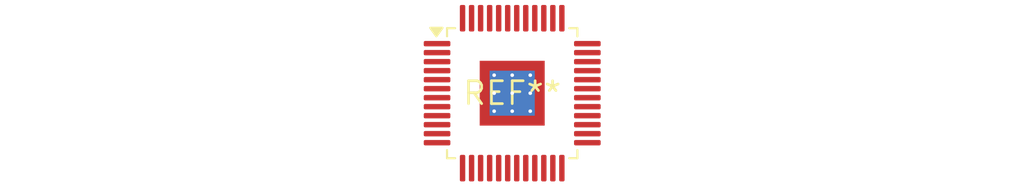
<source format=kicad_pcb>
(kicad_pcb (version 20240108) (generator pcbnew)
  (layers (0 "F.Cu" signal) (31 "B.Cu" signal) (34 "B.Paste" user) (35 "F.Paste" user) (36 "B.SilkS" user "B.Silkscreen") (37 "F.SilkS" user "F.Silkscreen") (38 "B.Mask" user) (39 "F.Mask" user) (44 "Edge.Cuts" user))
  (net 0 "")
  (footprint "LQFP-48-1EP_7x7mm_P0.5mm_EP3.6x3.6mm_ThermalVias" (layer "F.Cu") (at 0 0)
    (property "Reference" "REF**")
    (property "Value" "LQFP-48-1EP_7x7mm_P0.5mm_EP3.6x3.6mm_ThermalVias")
    (fp_line (start -3.61 -3.61) (end -3.61 -3.16) (layer "F.SilkS") (stroke (width 0.12)))
    (fp_line (start -3.61 3.61) (end -3.61 3.16) (layer "F.SilkS") (stroke (width 0.12)))
    (fp_line (start -3.16 -3.61) (end -3.61 -3.61) (layer "F.SilkS") (stroke (width 0.12)))
    (fp_line (start -3.16 3.61) (end -3.61 3.61) (layer "F.SilkS") (stroke (width 0.12)))
    (fp_line (start 3.16 -3.61) (end 3.61 -3.61) (layer "F.SilkS") (stroke (width 0.12)))
    (fp_line (start 3.16 3.61) (end 3.61 3.61) (layer "F.SilkS") (stroke (width 0.12)))
    (fp_line (start 3.61 -3.61) (end 3.61 -3.16) (layer "F.SilkS") (stroke (width 0.12)))
    (fp_line (start 3.61 3.61) (end 3.61 3.16) (layer "F.SilkS") (stroke (width 0.12)))
    (fp_poly (pts (xy -4.2 -3.16) (xy -4.54 -3.63) (xy -3.86 -3.63) (xy -4.2 -3.16)) (layer "F.SilkS") (stroke (width 0.12)) (fill solid))
    (pad "1" smd roundrect (at -4.1625 -2.75) (size 1.475 0.3) (layers "F.Cu" "F.Paste" "F.Mask"))
    (pad "2" smd roundrect (at -4.1625 -2.25) (size 1.475 0.3) (layers "F.Cu" "F.Paste" "F.Mask"))
    (pad "3" smd roundrect (at -4.1625 -1.75) (size 1.475 0.3) (layers "F.Cu" "F.Paste" "F.Mask"))
    (pad "4" smd roundrect (at -4.1625 -1.25) (size 1.475 0.3) (layers "F.Cu" "F.Paste" "F.Mask"))
    (pad "5" smd roundrect (at -4.1625 -0.75) (size 1.475 0.3) (layers "F.Cu" "F.Paste" "F.Mask"))
    (pad "6" smd roundrect (at -4.1625 -0.25) (size 1.475 0.3) (layers "F.Cu" "F.Paste" "F.Mask"))
    (pad "7" smd roundrect (at -4.1625 0.25) (size 1.475 0.3) (layers "F.Cu" "F.Paste" "F.Mask"))
    (pad "8" smd roundrect (at -4.1625 0.75) (size 1.475 0.3) (layers "F.Cu" "F.Paste" "F.Mask"))
    (pad "9" smd roundrect (at -4.1625 1.25) (size 1.475 0.3) (layers "F.Cu" "F.Paste" "F.Mask"))
    (pad "10" smd roundrect (at -4.1625 1.75) (size 1.475 0.3) (layers "F.Cu" "F.Paste" "F.Mask"))
    (pad "11" smd roundrect (at -4.1625 2.25) (size 1.475 0.3) (layers "F.Cu" "F.Paste" "F.Mask"))
    (pad "12" smd roundrect (at -4.1625 2.75) (size 1.475 0.3) (layers "F.Cu" "F.Paste" "F.Mask"))
    (pad "13" smd roundrect (at -2.75 4.1625) (size 0.3 1.475) (layers "F.Cu" "F.Paste" "F.Mask"))
    (pad "14" smd roundrect (at -2.25 4.1625) (size 0.3 1.475) (layers "F.Cu" "F.Paste" "F.Mask"))
    (pad "15" smd roundrect (at -1.75 4.1625) (size 0.3 1.475) (layers "F.Cu" "F.Paste" "F.Mask"))
    (pad "16" smd roundrect (at -1.25 4.1625) (size 0.3 1.475) (layers "F.Cu" "F.Paste" "F.Mask"))
    (pad "17" smd roundrect (at -0.75 4.1625) (size 0.3 1.475) (layers "F.Cu" "F.Paste" "F.Mask"))
    (pad "18" smd roundrect (at -0.25 4.1625) (size 0.3 1.475) (layers "F.Cu" "F.Paste" "F.Mask"))
    (pad "19" smd roundrect (at 0.25 4.1625) (size 0.3 1.475) (layers "F.Cu" "F.Paste" "F.Mask"))
    (pad "20" smd roundrect (at 0.75 4.1625) (size 0.3 1.475) (layers "F.Cu" "F.Paste" "F.Mask"))
    (pad "21" smd roundrect (at 1.25 4.1625) (size 0.3 1.475) (layers "F.Cu" "F.Paste" "F.Mask"))
    (pad "22" smd roundrect (at 1.75 4.1625) (size 0.3 1.475) (layers "F.Cu" "F.Paste" "F.Mask"))
    (pad "23" smd roundrect (at 2.25 4.1625) (size 0.3 1.475) (layers "F.Cu" "F.Paste" "F.Mask"))
    (pad "24" smd roundrect (at 2.75 4.1625) (size 0.3 1.475) (layers "F.Cu" "F.Paste" "F.Mask"))
    (pad "25" smd roundrect (at 4.1625 2.75) (size 1.475 0.3) (layers "F.Cu" "F.Paste" "F.Mask"))
    (pad "26" smd roundrect (at 4.1625 2.25) (size 1.475 0.3) (layers "F.Cu" "F.Paste" "F.Mask"))
    (pad "27" smd roundrect (at 4.1625 1.75) (size 1.475 0.3) (layers "F.Cu" "F.Paste" "F.Mask"))
    (pad "28" smd roundrect (at 4.1625 1.25) (size 1.475 0.3) (layers "F.Cu" "F.Paste" "F.Mask"))
    (pad "29" smd roundrect (at 4.1625 0.75) (size 1.475 0.3) (layers "F.Cu" "F.Paste" "F.Mask"))
    (pad "30" smd roundrect (at 4.1625 0.25) (size 1.475 0.3) (layers "F.Cu" "F.Paste" "F.Mask"))
    (pad "31" smd roundrect (at 4.1625 -0.25) (size 1.475 0.3) (layers "F.Cu" "F.Paste" "F.Mask"))
    (pad "32" smd roundrect (at 4.1625 -0.75) (size 1.475 0.3) (layers "F.Cu" "F.Paste" "F.Mask"))
    (pad "33" smd roundrect (at 4.1625 -1.25) (size 1.475 0.3) (layers "F.Cu" "F.Paste" "F.Mask"))
    (pad "34" smd roundrect (at 4.1625 -1.75) (size 1.475 0.3) (layers "F.Cu" "F.Paste" "F.Mask"))
    (pad "35" smd roundrect (at 4.1625 -2.25) (size 1.475 0.3) (layers "F.Cu" "F.Paste" "F.Mask"))
    (pad "36" smd roundrect (at 4.1625 -2.75) (size 1.475 0.3) (layers "F.Cu" "F.Paste" "F.Mask"))
    (pad "37" smd roundrect (at 2.75 -4.1625) (size 0.3 1.475) (layers "F.Cu" "F.Paste" "F.Mask"))
    (pad "38" smd roundrect (at 2.25 -4.1625) (size 0.3 1.475) (layers "F.Cu" "F.Paste" "F.Mask"))
    (pad "39" smd roundrect (at 1.75 -4.1625) (size 0.3 1.475) (layers "F.Cu" "F.Paste" "F.Mask"))
    (pad "40" smd roundrect (at 1.25 -4.1625) (size 0.3 1.475) (layers "F.Cu" "F.Paste" "F.Mask"))
    (pad "41" smd roundrect (at 0.75 -4.1625) (size 0.3 1.475) (layers "F.Cu" "F.Paste" "F.Mask"))
    (pad "42" smd roundrect (at 0.25 -4.1625) (size 0.3 1.475) (layers "F.Cu" "F.Paste" "F.Mask"))
    (pad "43" smd roundrect (at -0.25 -4.1625) (size 0.3 1.475) (layers "F.Cu" "F.Paste" "F.Mask"))
    (pad "44" smd roundrect (at -0.75 -4.1625) (size 0.3 1.475) (layers "F.Cu" "F.Paste" "F.Mask"))
    (pad "45" smd roundrect (at -1.25 -4.1625) (size 0.3 1.475) (layers "F.Cu" "F.Paste" "F.Mask"))
    (pad "46" smd roundrect (at -1.75 -4.1625) (size 0.3 1.475) (layers "F.Cu" "F.Paste" "F.Mask"))
    (pad "47" smd roundrect (at -2.25 -4.1625) (size 0.3 1.475) (layers "F.Cu" "F.Paste" "F.Mask"))
    (pad "48" smd roundrect (at -2.75 -4.1625) (size 0.3 1.475) (layers "F.Cu" "F.Paste" "F.Mask"))
    (pad "49" thru_hole circle (at -1 -1) (size 0.5 0.5) (drill 0.2) (property pad_prop_heatsink) (layers *.Cu) (remove_unused_layers))
    (pad "49" thru_hole circle (at -1 0) (size 0.5 0.5) (drill 0.2) (property pad_prop_heatsink) (layers *.Cu) (remove_unused_layers))
    (pad "49" thru_hole circle (at -1 1) (size 0.5 0.5) (drill 0.2) (property pad_prop_heatsink) (layers *.Cu) (remove_unused_layers))
    (pad "49" thru_hole circle (at 0 -1) (size 0.5 0.5) (drill 0.2) (property pad_prop_heatsink) (layers *.Cu) (remove_unused_layers))
    (pad "49" thru_hole circle (at 0 0) (size 0.5 0.5) (drill 0.2) (property pad_prop_heatsink) (layers *.Cu) (remove_unused_layers))
    (pad "49" smd rect (at 0 0) (size 2.5 2.5) (property pad_prop_heatsink) (layers "B.Cu"))
    (pad "49" smd rect (at 0 0) (size 3.6 3.6) (property pad_prop_heatsink) (layers "F.Cu" "F.Mask"))
    (pad "49" thru_hole circle (at 0 1) (size 0.5 0.5) (drill 0.2) (property pad_prop_heatsink) (layers *.Cu) (remove_unused_layers))
    (pad "49" thru_hole circle (at 1 -1) (size 0.5 0.5) (drill 0.2) (property pad_prop_heatsink) (layers *.Cu) (remove_unused_layers))
    (pad "49" thru_hole circle (at 1 0) (size 0.5 0.5) (drill 0.2) (property pad_prop_heatsink) (layers *.Cu) (remove_unused_layers))
    (pad "49" thru_hole circle (at 1 1) (size 0.5 0.5) (drill 0.2) (property pad_prop_heatsink) (layers *.Cu) (remove_unused_layers))
  )
)
</source>
